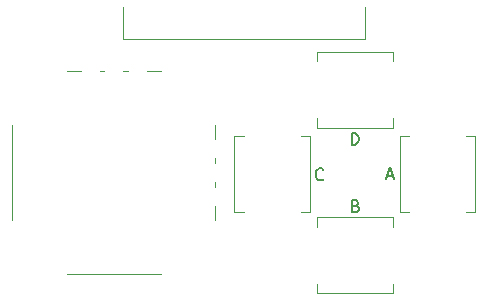
<source format=gto>
G04 #@! TF.GenerationSoftware,KiCad,Pcbnew,(5.1.5-0-10_14)*
G04 #@! TF.CreationDate,2019-12-11T22:46:01+09:00*
G04 #@! TF.ProjectId,RPiWD_Controller,52506957-445f-4436-9f6e-74726f6c6c65,rev?*
G04 #@! TF.SameCoordinates,Original*
G04 #@! TF.FileFunction,Legend,Top*
G04 #@! TF.FilePolarity,Positive*
%FSLAX46Y46*%
G04 Gerber Fmt 4.6, Leading zero omitted, Abs format (unit mm)*
G04 Created by KiCad (PCBNEW (5.1.5-0-10_14)) date 2019-12-11 22:46:01*
%MOMM*%
%LPD*%
G04 APERTURE LIST*
%ADD10C,0.150000*%
%ADD11C,0.120000*%
G04 APERTURE END LIST*
D10*
X149138095Y-66552380D02*
X149138095Y-65552380D01*
X149376190Y-65552380D01*
X149519047Y-65600000D01*
X149614285Y-65695238D01*
X149661904Y-65790476D01*
X149709523Y-65980952D01*
X149709523Y-66123809D01*
X149661904Y-66314285D01*
X149614285Y-66409523D01*
X149519047Y-66504761D01*
X149376190Y-66552380D01*
X149138095Y-66552380D01*
X146709523Y-69457142D02*
X146661904Y-69504761D01*
X146519047Y-69552380D01*
X146423809Y-69552380D01*
X146280952Y-69504761D01*
X146185714Y-69409523D01*
X146138095Y-69314285D01*
X146090476Y-69123809D01*
X146090476Y-68980952D01*
X146138095Y-68790476D01*
X146185714Y-68695238D01*
X146280952Y-68600000D01*
X146423809Y-68552380D01*
X146519047Y-68552380D01*
X146661904Y-68600000D01*
X146709523Y-68647619D01*
X149471428Y-71728571D02*
X149614285Y-71776190D01*
X149661904Y-71823809D01*
X149709523Y-71919047D01*
X149709523Y-72061904D01*
X149661904Y-72157142D01*
X149614285Y-72204761D01*
X149519047Y-72252380D01*
X149138095Y-72252380D01*
X149138095Y-71252380D01*
X149471428Y-71252380D01*
X149566666Y-71300000D01*
X149614285Y-71347619D01*
X149661904Y-71442857D01*
X149661904Y-71538095D01*
X149614285Y-71633333D01*
X149566666Y-71680952D01*
X149471428Y-71728571D01*
X149138095Y-71728571D01*
X152161904Y-69166666D02*
X152638095Y-69166666D01*
X152066666Y-69452380D02*
X152400000Y-68452380D01*
X152733333Y-69452380D01*
D11*
X129745000Y-54920000D02*
X129745000Y-57580000D01*
X132435000Y-57580000D02*
X131075000Y-57580000D01*
X150275000Y-54920000D02*
X150275000Y-57580000D01*
X150275000Y-57580000D02*
X132435000Y-57580000D01*
X131075000Y-57580000D02*
X129745000Y-57580000D01*
X137600000Y-64900000D02*
X137600000Y-66100000D01*
X137600000Y-68100000D02*
X137600000Y-67700000D01*
X137600000Y-70100000D02*
X137600000Y-69700000D01*
X137600000Y-72900000D02*
X137600000Y-71700000D01*
X133000000Y-60300000D02*
X131800000Y-60300000D01*
X129800000Y-60300000D02*
X130200000Y-60300000D01*
X127800000Y-60300000D02*
X128200000Y-60300000D01*
X125000000Y-60300000D02*
X126200000Y-60300000D01*
X125000000Y-77500000D02*
X133000000Y-77500000D01*
X120400000Y-72900000D02*
X120400000Y-64900000D01*
X154000000Y-65790000D02*
X153190000Y-65790000D01*
X153190000Y-65790000D02*
X153190000Y-72210000D01*
X153190000Y-72210000D02*
X154000000Y-72210000D01*
X158800000Y-72210000D02*
X159610000Y-72210000D01*
X159610000Y-72210000D02*
X159610000Y-65790000D01*
X159610000Y-65790000D02*
X158800000Y-65790000D01*
X152610000Y-73500000D02*
X152610000Y-72690000D01*
X152610000Y-72690000D02*
X146190000Y-72690000D01*
X146190000Y-72690000D02*
X146190000Y-73500000D01*
X146190000Y-78300000D02*
X146190000Y-79110000D01*
X146190000Y-79110000D02*
X152610000Y-79110000D01*
X152610000Y-79110000D02*
X152610000Y-78300000D01*
X144800000Y-72210000D02*
X145610000Y-72210000D01*
X145610000Y-72210000D02*
X145610000Y-65790000D01*
X145610000Y-65790000D02*
X144800000Y-65790000D01*
X140000000Y-65790000D02*
X139190000Y-65790000D01*
X139190000Y-65790000D02*
X139190000Y-72210000D01*
X139190000Y-72210000D02*
X140000000Y-72210000D01*
X146190000Y-64300000D02*
X146190000Y-65110000D01*
X146190000Y-65110000D02*
X152610000Y-65110000D01*
X152610000Y-65110000D02*
X152610000Y-64300000D01*
X152610000Y-59500000D02*
X152610000Y-58690000D01*
X152610000Y-58690000D02*
X146190000Y-58690000D01*
X146190000Y-58690000D02*
X146190000Y-59500000D01*
M02*

</source>
